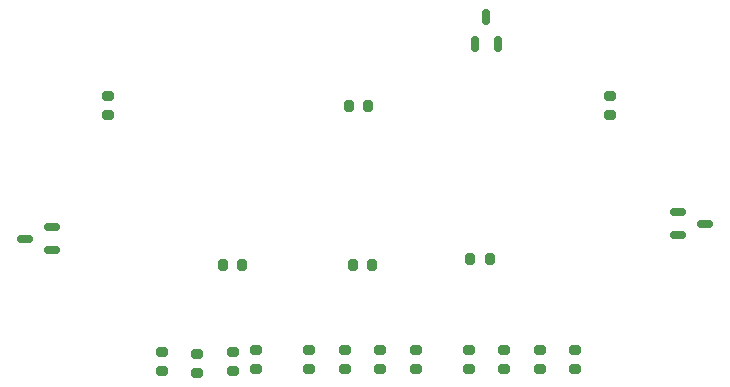
<source format=gbr>
%TF.GenerationSoftware,KiCad,Pcbnew,8.0.0*%
%TF.CreationDate,2024-04-15T10:16:16+02:00*%
%TF.ProjectId,Project 3,50726f6a-6563-4742-9033-2e6b69636164,rev?*%
%TF.SameCoordinates,Original*%
%TF.FileFunction,Paste,Top*%
%TF.FilePolarity,Positive*%
%FSLAX46Y46*%
G04 Gerber Fmt 4.6, Leading zero omitted, Abs format (unit mm)*
G04 Created by KiCad (PCBNEW 8.0.0) date 2024-04-15 10:16:16*
%MOMM*%
%LPD*%
G01*
G04 APERTURE LIST*
G04 Aperture macros list*
%AMRoundRect*
0 Rectangle with rounded corners*
0 $1 Rounding radius*
0 $2 $3 $4 $5 $6 $7 $8 $9 X,Y pos of 4 corners*
0 Add a 4 corners polygon primitive as box body*
4,1,4,$2,$3,$4,$5,$6,$7,$8,$9,$2,$3,0*
0 Add four circle primitives for the rounded corners*
1,1,$1+$1,$2,$3*
1,1,$1+$1,$4,$5*
1,1,$1+$1,$6,$7*
1,1,$1+$1,$8,$9*
0 Add four rect primitives between the rounded corners*
20,1,$1+$1,$2,$3,$4,$5,0*
20,1,$1+$1,$4,$5,$6,$7,0*
20,1,$1+$1,$6,$7,$8,$9,0*
20,1,$1+$1,$8,$9,$2,$3,0*%
G04 Aperture macros list end*
%ADD10RoundRect,0.200000X0.200000X0.275000X-0.200000X0.275000X-0.200000X-0.275000X0.200000X-0.275000X0*%
%ADD11RoundRect,0.200000X-0.275000X0.200000X-0.275000X-0.200000X0.275000X-0.200000X0.275000X0.200000X0*%
%ADD12RoundRect,0.200000X0.275000X-0.200000X0.275000X0.200000X-0.275000X0.200000X-0.275000X-0.200000X0*%
%ADD13RoundRect,0.150000X-0.512500X-0.150000X0.512500X-0.150000X0.512500X0.150000X-0.512500X0.150000X0*%
%ADD14RoundRect,0.150000X0.150000X-0.512500X0.150000X0.512500X-0.150000X0.512500X-0.150000X-0.512500X0*%
%ADD15RoundRect,0.200000X-0.200000X-0.275000X0.200000X-0.275000X0.200000X0.275000X-0.200000X0.275000X0*%
%ADD16RoundRect,0.150000X0.512500X0.150000X-0.512500X0.150000X-0.512500X-0.150000X0.512500X-0.150000X0*%
G04 APERTURE END LIST*
D10*
%TO.C,R3*%
X101500000Y-54500000D03*
X99850000Y-54500000D03*
%TD*%
D11*
%TO.C,R15*%
X92000000Y-75175000D03*
X92000000Y-76825000D03*
%TD*%
D12*
%TO.C,R7*%
X119000000Y-76825000D03*
X119000000Y-75175000D03*
%TD*%
D11*
%TO.C,R5*%
X79500000Y-53675000D03*
X79500000Y-55325000D03*
%TD*%
D12*
%TO.C,R14*%
X105500000Y-76825000D03*
X105500000Y-75175000D03*
%TD*%
%TO.C,R16*%
X87000000Y-77150000D03*
X87000000Y-75500000D03*
%TD*%
%TO.C,R9*%
X113000000Y-76825000D03*
X113000000Y-75175000D03*
%TD*%
D10*
%TO.C,R6*%
X90825000Y-68000000D03*
X89175000Y-68000000D03*
%TD*%
D13*
%TO.C,Q6*%
X127725000Y-63550000D03*
X127725000Y-65450000D03*
X130000000Y-64500000D03*
%TD*%
D12*
%TO.C,R13*%
X99500000Y-76825000D03*
X99500000Y-75175000D03*
%TD*%
%TO.C,R12*%
X102500000Y-76825000D03*
X102500000Y-75175000D03*
%TD*%
%TO.C,R18*%
X84000000Y-77000000D03*
X84000000Y-75350000D03*
%TD*%
%TO.C,R8*%
X116000000Y-76825000D03*
X116000000Y-75175000D03*
%TD*%
%TO.C,R1*%
X122000000Y-55325000D03*
X122000000Y-53675000D03*
%TD*%
%TO.C,R11*%
X96500000Y-76825000D03*
X96500000Y-75175000D03*
%TD*%
D14*
%TO.C,Q8*%
X110550000Y-49275000D03*
X112450000Y-49275000D03*
X111500000Y-47000000D03*
%TD*%
D15*
%TO.C,R4*%
X100175000Y-68000000D03*
X101825000Y-68000000D03*
%TD*%
D12*
%TO.C,R17*%
X90000000Y-77000000D03*
X90000000Y-75350000D03*
%TD*%
D16*
%TO.C,Q9*%
X74725000Y-66725000D03*
X74725000Y-64825000D03*
X72450000Y-65775000D03*
%TD*%
D15*
%TO.C,R2*%
X110143500Y-67500000D03*
X111793500Y-67500000D03*
%TD*%
D12*
%TO.C,R10*%
X110000000Y-76825000D03*
X110000000Y-75175000D03*
%TD*%
M02*

</source>
